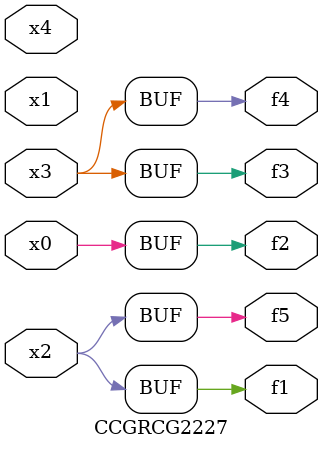
<source format=v>
module CCGRCG2227(
	input x0, x1, x2, x3, x4,
	output f1, f2, f3, f4, f5
);
	assign f1 = x2;
	assign f2 = x0;
	assign f3 = x3;
	assign f4 = x3;
	assign f5 = x2;
endmodule

</source>
